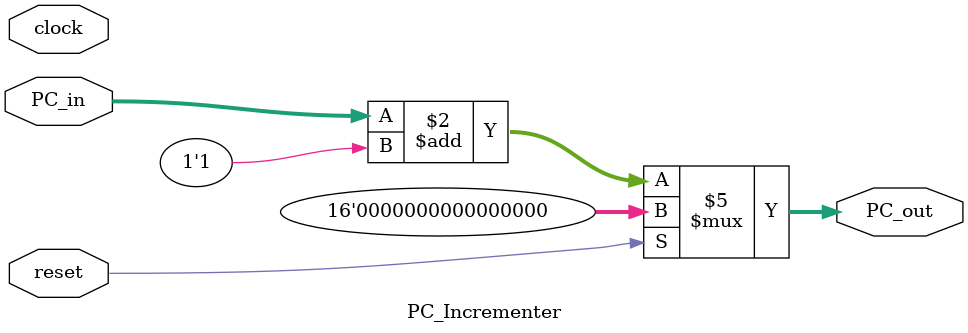
<source format=v>
module PC_Incrementer(PC_out, PC_in, reset, clock);

output reg [15:0] PC_out;
input [15:0] PC_in;
input reset, clock;

initial
begin
	PC_out <=16'b0;
end

always @(PC_in, reset)
begin
	if(reset)
		PC_out <= 16'b0;
	else
		PC_out <= PC_in + 1'b1;
end
endmodule
</source>
